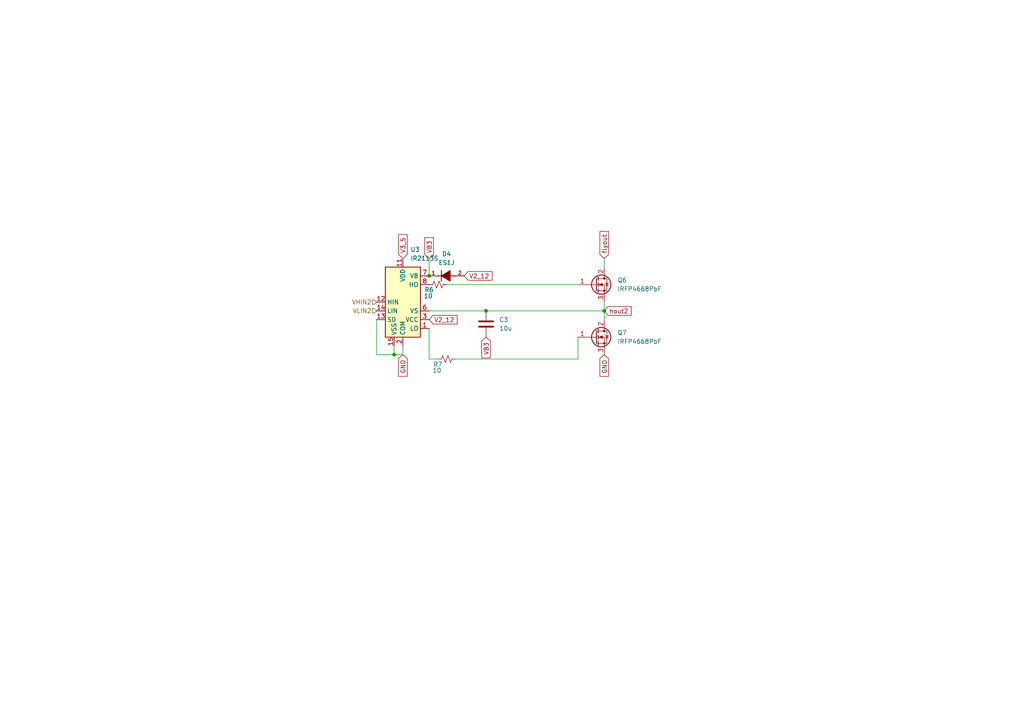
<source format=kicad_sch>
(kicad_sch
	(version 20231120)
	(generator "eeschema")
	(generator_version "8.0")
	(uuid "31f12878-9baa-4733-9a47-00a44b9d8b69")
	(paper "A4")
	(lib_symbols
		(symbol "Device:C"
			(pin_numbers hide)
			(pin_names
				(offset 0.254)
			)
			(exclude_from_sim no)
			(in_bom yes)
			(on_board yes)
			(property "Reference" "C"
				(at 0.635 2.54 0)
				(effects
					(font
						(size 1.27 1.27)
					)
					(justify left)
				)
			)
			(property "Value" "C"
				(at 0.635 -2.54 0)
				(effects
					(font
						(size 1.27 1.27)
					)
					(justify left)
				)
			)
			(property "Footprint" ""
				(at 0.9652 -3.81 0)
				(effects
					(font
						(size 1.27 1.27)
					)
					(hide yes)
				)
			)
			(property "Datasheet" "~"
				(at 0 0 0)
				(effects
					(font
						(size 1.27 1.27)
					)
					(hide yes)
				)
			)
			(property "Description" "Unpolarized capacitor"
				(at 0 0 0)
				(effects
					(font
						(size 1.27 1.27)
					)
					(hide yes)
				)
			)
			(property "ki_keywords" "cap capacitor"
				(at 0 0 0)
				(effects
					(font
						(size 1.27 1.27)
					)
					(hide yes)
				)
			)
			(property "ki_fp_filters" "C_*"
				(at 0 0 0)
				(effects
					(font
						(size 1.27 1.27)
					)
					(hide yes)
				)
			)
			(symbol "C_0_1"
				(polyline
					(pts
						(xy -2.032 -0.762) (xy 2.032 -0.762)
					)
					(stroke
						(width 0.508)
						(type default)
					)
					(fill
						(type none)
					)
				)
				(polyline
					(pts
						(xy -2.032 0.762) (xy 2.032 0.762)
					)
					(stroke
						(width 0.508)
						(type default)
					)
					(fill
						(type none)
					)
				)
			)
			(symbol "C_1_1"
				(pin passive line
					(at 0 3.81 270)
					(length 2.794)
					(name "~"
						(effects
							(font
								(size 1.27 1.27)
							)
						)
					)
					(number "1"
						(effects
							(font
								(size 1.27 1.27)
							)
						)
					)
				)
				(pin passive line
					(at 0 -3.81 90)
					(length 2.794)
					(name "~"
						(effects
							(font
								(size 1.27 1.27)
							)
						)
					)
					(number "2"
						(effects
							(font
								(size 1.27 1.27)
							)
						)
					)
				)
			)
		)
		(symbol "Device:R_Small_US"
			(pin_numbers hide)
			(pin_names
				(offset 0.254) hide)
			(exclude_from_sim no)
			(in_bom yes)
			(on_board yes)
			(property "Reference" "R"
				(at 0.762 0.508 0)
				(effects
					(font
						(size 1.27 1.27)
					)
					(justify left)
				)
			)
			(property "Value" "R_Small_US"
				(at 0.762 -1.016 0)
				(effects
					(font
						(size 1.27 1.27)
					)
					(justify left)
				)
			)
			(property "Footprint" ""
				(at 0 0 0)
				(effects
					(font
						(size 1.27 1.27)
					)
					(hide yes)
				)
			)
			(property "Datasheet" "~"
				(at 0 0 0)
				(effects
					(font
						(size 1.27 1.27)
					)
					(hide yes)
				)
			)
			(property "Description" "Resistor, small US symbol"
				(at 0 0 0)
				(effects
					(font
						(size 1.27 1.27)
					)
					(hide yes)
				)
			)
			(property "ki_keywords" "r resistor"
				(at 0 0 0)
				(effects
					(font
						(size 1.27 1.27)
					)
					(hide yes)
				)
			)
			(property "ki_fp_filters" "R_*"
				(at 0 0 0)
				(effects
					(font
						(size 1.27 1.27)
					)
					(hide yes)
				)
			)
			(symbol "R_Small_US_1_1"
				(polyline
					(pts
						(xy 0 0) (xy 1.016 -0.381) (xy 0 -0.762) (xy -1.016 -1.143) (xy 0 -1.524)
					)
					(stroke
						(width 0)
						(type default)
					)
					(fill
						(type none)
					)
				)
				(polyline
					(pts
						(xy 0 1.524) (xy 1.016 1.143) (xy 0 0.762) (xy -1.016 0.381) (xy 0 0)
					)
					(stroke
						(width 0)
						(type default)
					)
					(fill
						(type none)
					)
				)
				(pin passive line
					(at 0 2.54 270)
					(length 1.016)
					(name "~"
						(effects
							(font
								(size 1.27 1.27)
							)
						)
					)
					(number "1"
						(effects
							(font
								(size 1.27 1.27)
							)
						)
					)
				)
				(pin passive line
					(at 0 -2.54 90)
					(length 1.016)
					(name "~"
						(effects
							(font
								(size 1.27 1.27)
							)
						)
					)
					(number "2"
						(effects
							(font
								(size 1.27 1.27)
							)
						)
					)
				)
			)
		)
		(symbol "Driver_FET:IR2113S"
			(exclude_from_sim no)
			(in_bom yes)
			(on_board yes)
			(property "Reference" "U"
				(at 1.27 13.335 0)
				(effects
					(font
						(size 1.27 1.27)
					)
					(justify left)
				)
			)
			(property "Value" "IR2113S"
				(at 1.27 11.43 0)
				(effects
					(font
						(size 1.27 1.27)
					)
					(justify left)
				)
			)
			(property "Footprint" "Package_SO:SOIC-16W_7.5x10.3mm_P1.27mm"
				(at 0 0 0)
				(effects
					(font
						(size 1.27 1.27)
						(italic yes)
					)
					(hide yes)
				)
			)
			(property "Datasheet" "https://www.infineon.com/dgdl/ir2110.pdf?fileId=5546d462533600a4015355c80333167e"
				(at 0 0 0)
				(effects
					(font
						(size 1.27 1.27)
					)
					(hide yes)
				)
			)
			(property "Description" "High and Low Side Driver, 500V, 2.0/2.0A, SOIC-16W"
				(at 0 0 0)
				(effects
					(font
						(size 1.27 1.27)
					)
					(hide yes)
				)
			)
			(property "ki_keywords" "Gate Driver"
				(at 0 0 0)
				(effects
					(font
						(size 1.27 1.27)
					)
					(hide yes)
				)
			)
			(property "ki_fp_filters" "SOIC*7.5x10.3mm*P1.27mm*"
				(at 0 0 0)
				(effects
					(font
						(size 1.27 1.27)
					)
					(hide yes)
				)
			)
			(symbol "IR2113S_0_1"
				(rectangle
					(start -5.08 -10.16)
					(end 5.08 10.16)
					(stroke
						(width 0.254)
						(type default)
					)
					(fill
						(type background)
					)
				)
			)
			(symbol "IR2113S_1_1"
				(pin output line
					(at 7.62 -7.62 180)
					(length 2.54)
					(name "LO"
						(effects
							(font
								(size 1.27 1.27)
							)
						)
					)
					(number "1"
						(effects
							(font
								(size 1.27 1.27)
							)
						)
					)
				)
				(pin no_connect line
					(at 5.08 2.54 180)
					(length 2.54) hide
					(name "NC"
						(effects
							(font
								(size 1.27 1.27)
							)
						)
					)
					(number "10"
						(effects
							(font
								(size 1.27 1.27)
							)
						)
					)
				)
				(pin power_in line
					(at 0 12.7 270)
					(length 2.54)
					(name "VDD"
						(effects
							(font
								(size 1.27 1.27)
							)
						)
					)
					(number "11"
						(effects
							(font
								(size 1.27 1.27)
							)
						)
					)
				)
				(pin input line
					(at -7.62 0 0)
					(length 2.54)
					(name "HIN"
						(effects
							(font
								(size 1.27 1.27)
							)
						)
					)
					(number "12"
						(effects
							(font
								(size 1.27 1.27)
							)
						)
					)
				)
				(pin input line
					(at -7.62 -5.08 0)
					(length 2.54)
					(name "SD"
						(effects
							(font
								(size 1.27 1.27)
							)
						)
					)
					(number "13"
						(effects
							(font
								(size 1.27 1.27)
							)
						)
					)
				)
				(pin input line
					(at -7.62 -2.54 0)
					(length 2.54)
					(name "LIN"
						(effects
							(font
								(size 1.27 1.27)
							)
						)
					)
					(number "14"
						(effects
							(font
								(size 1.27 1.27)
							)
						)
					)
				)
				(pin power_in line
					(at -2.54 -12.7 90)
					(length 2.54)
					(name "VSS"
						(effects
							(font
								(size 1.27 1.27)
							)
						)
					)
					(number "15"
						(effects
							(font
								(size 1.27 1.27)
							)
						)
					)
				)
				(pin no_connect line
					(at 5.08 0 180)
					(length 2.54) hide
					(name "NC"
						(effects
							(font
								(size 1.27 1.27)
							)
						)
					)
					(number "16"
						(effects
							(font
								(size 1.27 1.27)
							)
						)
					)
				)
				(pin power_in line
					(at 0 -12.7 90)
					(length 2.54)
					(name "COM"
						(effects
							(font
								(size 1.27 1.27)
							)
						)
					)
					(number "2"
						(effects
							(font
								(size 1.27 1.27)
							)
						)
					)
				)
				(pin power_in line
					(at 7.62 -5.08 180)
					(length 2.54)
					(name "VCC"
						(effects
							(font
								(size 1.27 1.27)
							)
						)
					)
					(number "3"
						(effects
							(font
								(size 1.27 1.27)
							)
						)
					)
				)
				(pin no_connect line
					(at -5.08 7.62 0)
					(length 2.54) hide
					(name "NC"
						(effects
							(font
								(size 1.27 1.27)
							)
						)
					)
					(number "4"
						(effects
							(font
								(size 1.27 1.27)
							)
						)
					)
				)
				(pin no_connect line
					(at -5.08 5.08 0)
					(length 2.54) hide
					(name "NC"
						(effects
							(font
								(size 1.27 1.27)
							)
						)
					)
					(number "5"
						(effects
							(font
								(size 1.27 1.27)
							)
						)
					)
				)
				(pin passive line
					(at 7.62 -2.54 180)
					(length 2.54)
					(name "VS"
						(effects
							(font
								(size 1.27 1.27)
							)
						)
					)
					(number "6"
						(effects
							(font
								(size 1.27 1.27)
							)
						)
					)
				)
				(pin passive line
					(at 7.62 7.62 180)
					(length 2.54)
					(name "VB"
						(effects
							(font
								(size 1.27 1.27)
							)
						)
					)
					(number "7"
						(effects
							(font
								(size 1.27 1.27)
							)
						)
					)
				)
				(pin output line
					(at 7.62 5.08 180)
					(length 2.54)
					(name "HO"
						(effects
							(font
								(size 1.27 1.27)
							)
						)
					)
					(number "8"
						(effects
							(font
								(size 1.27 1.27)
							)
						)
					)
				)
				(pin no_connect line
					(at -5.08 2.54 0)
					(length 2.54) hide
					(name "NC"
						(effects
							(font
								(size 1.27 1.27)
							)
						)
					)
					(number "9"
						(effects
							(font
								(size 1.27 1.27)
							)
						)
					)
				)
			)
		)
		(symbol "ES1J:ES1J"
			(pin_names
				(offset 1.016)
			)
			(exclude_from_sim no)
			(in_bom yes)
			(on_board yes)
			(property "Reference" "D"
				(at 6.096 -5.08 0)
				(effects
					(font
						(size 1.27 1.27)
					)
					(justify left bottom)
				)
			)
			(property "Value" "ES1J"
				(at 6.096 -7.62 0)
				(effects
					(font
						(size 1.27 1.27)
					)
					(justify left bottom)
				)
			)
			(property "Footprint" "ES1J:DIOM5227X250N"
				(at 0 0 0)
				(effects
					(font
						(size 1.27 1.27)
					)
					(justify bottom)
					(hide yes)
				)
			)
			(property "Datasheet" ""
				(at 0 0 0)
				(effects
					(font
						(size 1.27 1.27)
					)
					(hide yes)
				)
			)
			(property "Description" ""
				(at 0 0 0)
				(effects
					(font
						(size 1.27 1.27)
					)
					(hide yes)
				)
			)
			(property "SnapEDA_Link" "https://www.snapeda.com/parts/ES1J/Onsemi/view-part/?ref=snap"
				(at 0 0 0)
				(effects
					(font
						(size 1.27 1.27)
					)
					(justify bottom)
					(hide yes)
				)
			)
			(property "E" "2.725"
				(at 0 0 0)
				(effects
					(font
						(size 1.27 1.27)
					)
					(justify bottom)
					(hide yes)
				)
			)
			(property "D" "5.2"
				(at 0 0 0)
				(effects
					(font
						(size 1.27 1.27)
					)
					(justify bottom)
					(hide yes)
				)
			)
			(property "FAMILY" "diode"
				(at 0 0 0)
				(effects
					(font
						(size 1.27 1.27)
					)
					(justify bottom)
					(hide yes)
				)
			)
			(property "Package" "SMA-2 ON Semiconductor"
				(at 0 0 0)
				(effects
					(font
						(size 1.27 1.27)
					)
					(justify bottom)
					(hide yes)
				)
			)
			(property "b-" "0.225"
				(at 0 0 0)
				(effects
					(font
						(size 1.27 1.27)
					)
					(justify bottom)
					(hide yes)
				)
			)
			(property "L-" "0.385"
				(at 0 0 0)
				(effects
					(font
						(size 1.27 1.27)
					)
					(justify bottom)
					(hide yes)
				)
			)
			(property "Check_prices" "https://www.snapeda.com/parts/ES1J/Onsemi/view-part/?ref=eda"
				(at 0 0 0)
				(effects
					(font
						(size 1.27 1.27)
					)
					(justify bottom)
					(hide yes)
				)
			)
			(property "L" "1.135"
				(at 0 0 0)
				(effects
					(font
						(size 1.27 1.27)
					)
					(justify bottom)
					(hide yes)
				)
			)
			(property "STANDARD" "IPC-7351B"
				(at 0 0 0)
				(effects
					(font
						(size 1.27 1.27)
					)
					(justify bottom)
					(hide yes)
				)
			)
			(property "PARTREV" "Rev. 2"
				(at 0 0 0)
				(effects
					(font
						(size 1.27 1.27)
					)
					(justify bottom)
					(hide yes)
				)
			)
			(property "MF" "ON Semiconductor"
				(at 0 0 0)
				(effects
					(font
						(size 1.27 1.27)
					)
					(justify bottom)
					(hide yes)
				)
			)
			(property "b NOM" "1.425"
				(at 0 0 0)
				(effects
					(font
						(size 1.27 1.27)
					)
					(justify bottom)
					(hide yes)
				)
			)
			(property "L+" "0.385"
				(at 0 0 0)
				(effects
					(font
						(size 1.27 1.27)
					)
					(justify bottom)
					(hide yes)
				)
			)
			(property "b+" "0.225"
				(at 0 0 0)
				(effects
					(font
						(size 1.27 1.27)
					)
					(justify bottom)
					(hide yes)
				)
			)
			(property "D+" "0.4"
				(at 0 0 0)
				(effects
					(font
						(size 1.27 1.27)
					)
					(justify bottom)
					(hide yes)
				)
			)
			(property "E-" "0.225"
				(at 0 0 0)
				(effects
					(font
						(size 1.27 1.27)
					)
					(justify bottom)
					(hide yes)
				)
			)
			(property "D-" "0.4"
				(at 0 0 0)
				(effects
					(font
						(size 1.27 1.27)
					)
					(justify bottom)
					(hide yes)
				)
			)
			(property "LENGTH NOM" "4.375"
				(at 0 0 0)
				(effects
					(font
						(size 1.27 1.27)
					)
					(justify bottom)
					(hide yes)
				)
			)
			(property "MAXIMUM_PACKAGE_HEIGHT" "2.5 mm"
				(at 0 0 0)
				(effects
					(font
						(size 1.27 1.27)
					)
					(justify bottom)
					(hide yes)
				)
			)
			(property "E+" "0.225"
				(at 0 0 0)
				(effects
					(font
						(size 1.27 1.27)
					)
					(justify bottom)
					(hide yes)
				)
			)
			(property "HEIGHT" "2.5"
				(at 0 0 0)
				(effects
					(font
						(size 1.27 1.27)
					)
					(justify bottom)
					(hide yes)
				)
			)
			(property "Price" "None"
				(at 0 0 0)
				(effects
					(font
						(size 1.27 1.27)
					)
					(justify bottom)
					(hide yes)
				)
			)
			(property "Description_1" "\n                        \n                            Diode Standard 600 V 1A Surface Mount DO-214AD (SMAF)\n                        \n"
				(at 0 0 0)
				(effects
					(font
						(size 1.27 1.27)
					)
					(justify bottom)
					(hide yes)
				)
			)
			(property "MP" "ES1J"
				(at 0 0 0)
				(effects
					(font
						(size 1.27 1.27)
					)
					(justify bottom)
					(hide yes)
				)
			)
			(property "PITCH" "4.065"
				(at 0 0 0)
				(effects
					(font
						(size 1.27 1.27)
					)
					(justify bottom)
					(hide yes)
				)
			)
			(property "MANUFACTURER" "ON Semiconductor"
				(at 0 0 0)
				(effects
					(font
						(size 1.27 1.27)
					)
					(justify bottom)
					(hide yes)
				)
			)
			(property "Availability" "In Stock"
				(at 0 0 0)
				(effects
					(font
						(size 1.27 1.27)
					)
					(justify bottom)
					(hide yes)
				)
			)
			(symbol "ES1J_0_0"
				(polyline
					(pts
						(xy 2.54 -6.096) (xy 2.54 -7.62)
					)
					(stroke
						(width 0.254)
						(type default)
					)
					(fill
						(type none)
					)
				)
				(polyline
					(pts
						(xy 2.54 -2.54) (xy 2.54 -3.556)
					)
					(stroke
						(width 0.254)
						(type default)
					)
					(fill
						(type none)
					)
				)
				(polyline
					(pts
						(xy 4.064 -3.556) (xy 1.016 -3.556)
					)
					(stroke
						(width 0.254)
						(type default)
					)
					(fill
						(type none)
					)
				)
				(polyline
					(pts
						(xy 2.54 -3.556) (xy 1.016 -6.096) (xy 4.064 -6.096) (xy 2.54 -3.556)
					)
					(stroke
						(width 0.254)
						(type default)
					)
					(fill
						(type outline)
					)
				)
				(pin passive line
					(at 2.54 0 270)
					(length 2.54)
					(name "~"
						(effects
							(font
								(size 1.016 1.016)
							)
						)
					)
					(number "1"
						(effects
							(font
								(size 1.016 1.016)
							)
						)
					)
				)
				(pin passive line
					(at 2.54 -10.16 90)
					(length 2.54)
					(name "~"
						(effects
							(font
								(size 1.016 1.016)
							)
						)
					)
					(number "2"
						(effects
							(font
								(size 1.016 1.016)
							)
						)
					)
				)
			)
		)
		(symbol "Transistor_FET:IRFP4668PbF"
			(pin_names hide)
			(exclude_from_sim no)
			(in_bom yes)
			(on_board yes)
			(property "Reference" "Q"
				(at 5.08 1.905 0)
				(effects
					(font
						(size 1.27 1.27)
					)
					(justify left)
				)
			)
			(property "Value" "IRFP4668PbF"
				(at 5.08 0 0)
				(effects
					(font
						(size 1.27 1.27)
					)
					(justify left)
				)
			)
			(property "Footprint" "Package_TO_SOT_THT:TO-247-3_Vertical"
				(at 5.08 -1.905 0)
				(effects
					(font
						(size 1.27 1.27)
						(italic yes)
					)
					(justify left)
					(hide yes)
				)
			)
			(property "Datasheet" "https://www.infineon.com/dgdl/irfp4668pbf.pdf?fileId=5546d462533600a40153562c8528201d"
				(at 5.08 -3.81 0)
				(effects
					(font
						(size 1.27 1.27)
					)
					(justify left)
					(hide yes)
				)
			)
			(property "Description" "130A Id, 200V Vds, N-Channel Power MOSFET, TO-247"
				(at 0 0 0)
				(effects
					(font
						(size 1.27 1.27)
					)
					(hide yes)
				)
			)
			(property "ki_keywords" "N-Channel Power MOSFET"
				(at 0 0 0)
				(effects
					(font
						(size 1.27 1.27)
					)
					(hide yes)
				)
			)
			(property "ki_fp_filters" "TO?247*"
				(at 0 0 0)
				(effects
					(font
						(size 1.27 1.27)
					)
					(hide yes)
				)
			)
			(symbol "IRFP4668PbF_0_1"
				(polyline
					(pts
						(xy 0.254 0) (xy -2.54 0)
					)
					(stroke
						(width 0)
						(type default)
					)
					(fill
						(type none)
					)
				)
				(polyline
					(pts
						(xy 0.254 1.905) (xy 0.254 -1.905)
					)
					(stroke
						(width 0.254)
						(type default)
					)
					(fill
						(type none)
					)
				)
				(polyline
					(pts
						(xy 0.762 -1.27) (xy 0.762 -2.286)
					)
					(stroke
						(width 0.254)
						(type default)
					)
					(fill
						(type none)
					)
				)
				(polyline
					(pts
						(xy 0.762 0.508) (xy 0.762 -0.508)
					)
					(stroke
						(width 0.254)
						(type default)
					)
					(fill
						(type none)
					)
				)
				(polyline
					(pts
						(xy 0.762 2.286) (xy 0.762 1.27)
					)
					(stroke
						(width 0.254)
						(type default)
					)
					(fill
						(type none)
					)
				)
				(polyline
					(pts
						(xy 2.54 2.54) (xy 2.54 1.778)
					)
					(stroke
						(width 0)
						(type default)
					)
					(fill
						(type none)
					)
				)
				(polyline
					(pts
						(xy 2.54 -2.54) (xy 2.54 0) (xy 0.762 0)
					)
					(stroke
						(width 0)
						(type default)
					)
					(fill
						(type none)
					)
				)
				(polyline
					(pts
						(xy 0.762 -1.778) (xy 3.302 -1.778) (xy 3.302 1.778) (xy 0.762 1.778)
					)
					(stroke
						(width 0)
						(type default)
					)
					(fill
						(type none)
					)
				)
				(polyline
					(pts
						(xy 1.016 0) (xy 2.032 0.381) (xy 2.032 -0.381) (xy 1.016 0)
					)
					(stroke
						(width 0)
						(type default)
					)
					(fill
						(type outline)
					)
				)
				(polyline
					(pts
						(xy 2.794 0.508) (xy 2.921 0.381) (xy 3.683 0.381) (xy 3.81 0.254)
					)
					(stroke
						(width 0)
						(type default)
					)
					(fill
						(type none)
					)
				)
				(polyline
					(pts
						(xy 3.302 0.381) (xy 2.921 -0.254) (xy 3.683 -0.254) (xy 3.302 0.381)
					)
					(stroke
						(width 0)
						(type default)
					)
					(fill
						(type none)
					)
				)
				(circle
					(center 1.651 0)
					(radius 2.794)
					(stroke
						(width 0.254)
						(type default)
					)
					(fill
						(type none)
					)
				)
				(circle
					(center 2.54 -1.778)
					(radius 0.254)
					(stroke
						(width 0)
						(type default)
					)
					(fill
						(type outline)
					)
				)
				(circle
					(center 2.54 1.778)
					(radius 0.254)
					(stroke
						(width 0)
						(type default)
					)
					(fill
						(type outline)
					)
				)
			)
			(symbol "IRFP4668PbF_1_1"
				(pin input line
					(at -5.08 0 0)
					(length 2.54)
					(name "G"
						(effects
							(font
								(size 1.27 1.27)
							)
						)
					)
					(number "1"
						(effects
							(font
								(size 1.27 1.27)
							)
						)
					)
				)
				(pin passive line
					(at 2.54 5.08 270)
					(length 2.54)
					(name "D"
						(effects
							(font
								(size 1.27 1.27)
							)
						)
					)
					(number "2"
						(effects
							(font
								(size 1.27 1.27)
							)
						)
					)
				)
				(pin passive line
					(at 2.54 -5.08 90)
					(length 2.54)
					(name "S"
						(effects
							(font
								(size 1.27 1.27)
							)
						)
					)
					(number "3"
						(effects
							(font
								(size 1.27 1.27)
							)
						)
					)
				)
			)
		)
	)
	(junction
		(at 175.26 90.17)
		(diameter 0)
		(color 0 0 0 0)
		(uuid "0ef7be2e-1ed4-4b38-ac4d-56819edb0115")
	)
	(junction
		(at 140.97 90.17)
		(diameter 0)
		(color 0 0 0 0)
		(uuid "6a42656d-fd32-41d5-a738-72795fb1e998")
	)
	(junction
		(at 124.46 80.01)
		(diameter 0)
		(color 0 0 0 0)
		(uuid "930bc06c-2c24-45ce-9c56-80eac86f6afd")
	)
	(junction
		(at 114.3 102.87)
		(diameter 0)
		(color 0 0 0 0)
		(uuid "d0b7e112-b8bd-4fef-b12c-24193ae636d2")
	)
	(wire
		(pts
			(xy 167.64 104.14) (xy 167.64 97.79)
		)
		(stroke
			(width 0)
			(type default)
		)
		(uuid "13bfcbc7-fdcd-4b8d-a566-ba006b341d19")
	)
	(wire
		(pts
			(xy 175.26 87.63) (xy 175.26 90.17)
		)
		(stroke
			(width 0)
			(type default)
		)
		(uuid "4ddb37c4-447d-4502-bd4a-d5363f825b65")
	)
	(wire
		(pts
			(xy 124.46 90.17) (xy 140.97 90.17)
		)
		(stroke
			(width 0)
			(type default)
		)
		(uuid "573ebdd1-58b8-4baf-835a-4f7b7d42b981")
	)
	(wire
		(pts
			(xy 140.97 90.17) (xy 175.26 90.17)
		)
		(stroke
			(width 0)
			(type default)
		)
		(uuid "5f9bfbe4-4546-48bd-b36f-75790f537af4")
	)
	(wire
		(pts
			(xy 124.46 95.25) (xy 124.46 104.14)
		)
		(stroke
			(width 0)
			(type default)
		)
		(uuid "785eb7bd-33f9-4bac-bb50-496b4f3dbbbb")
	)
	(wire
		(pts
			(xy 109.22 92.71) (xy 109.22 102.87)
		)
		(stroke
			(width 0)
			(type default)
		)
		(uuid "8197a78e-efc8-469a-8f28-eb79657ec515")
	)
	(wire
		(pts
			(xy 116.84 102.87) (xy 116.84 100.33)
		)
		(stroke
			(width 0)
			(type default)
		)
		(uuid "8488a33e-d7c0-445e-abab-7a991dda0877")
	)
	(wire
		(pts
			(xy 124.46 104.14) (xy 127 104.14)
		)
		(stroke
			(width 0)
			(type default)
		)
		(uuid "94ae486c-1694-4f77-b9eb-6b8c8e077be7")
	)
	(wire
		(pts
			(xy 132.08 104.14) (xy 167.64 104.14)
		)
		(stroke
			(width 0)
			(type default)
		)
		(uuid "a36c9bc9-873a-459d-9889-bbe492499bfc")
	)
	(wire
		(pts
			(xy 175.26 74.93) (xy 175.26 77.47)
		)
		(stroke
			(width 0)
			(type default)
		)
		(uuid "a4677231-35f3-4a56-9c67-2fbe2da034f2")
	)
	(wire
		(pts
			(xy 124.46 74.93) (xy 124.46 80.01)
		)
		(stroke
			(width 0)
			(type default)
		)
		(uuid "c16552b3-4fac-4137-80e6-33afe2f1bf77")
	)
	(wire
		(pts
			(xy 109.22 102.87) (xy 114.3 102.87)
		)
		(stroke
			(width 0)
			(type default)
		)
		(uuid "caff4d72-d9b3-485b-abed-df18aa7df9d8")
	)
	(wire
		(pts
			(xy 175.26 90.17) (xy 175.26 92.71)
		)
		(stroke
			(width 0)
			(type default)
		)
		(uuid "d85ee250-8a39-41c8-a054-0e46647ad93a")
	)
	(wire
		(pts
			(xy 114.3 102.87) (xy 116.84 102.87)
		)
		(stroke
			(width 0)
			(type default)
		)
		(uuid "e92979a5-7556-4af6-8637-b46e9bb1384e")
	)
	(wire
		(pts
			(xy 114.3 100.33) (xy 114.3 102.87)
		)
		(stroke
			(width 0)
			(type default)
		)
		(uuid "ebf11a7a-f245-4907-b45f-d001448e446d")
	)
	(wire
		(pts
			(xy 129.54 82.55) (xy 167.64 82.55)
		)
		(stroke
			(width 0)
			(type default)
		)
		(uuid "f92b02b6-40e9-4970-932c-adf9aa5e9654")
	)
	(global_label "VB3"
		(shape input)
		(at 124.46 74.93 90)
		(fields_autoplaced yes)
		(effects
			(font
				(size 1.27 1.27)
			)
			(justify left)
		)
		(uuid "0f90420d-5c00-44e8-a1eb-2ddf29f9b637")
		(property "Intersheetrefs" "${INTERSHEET_REFS}"
			(at 124.46 68.3767 90)
			(effects
				(font
					(size 1.27 1.27)
				)
				(justify left)
				(hide yes)
			)
		)
	)
	(global_label "V3_5"
		(shape input)
		(at 116.84 74.93 90)
		(fields_autoplaced yes)
		(effects
			(font
				(size 1.27 1.27)
			)
			(justify left)
		)
		(uuid "1b0ec993-1195-4205-9f59-d38b5f658437")
		(property "Intersheetrefs" "${INTERSHEET_REFS}"
			(at 116.84 67.4696 90)
			(effects
				(font
					(size 1.27 1.27)
				)
				(justify left)
				(hide yes)
			)
		)
	)
	(global_label "GND"
		(shape input)
		(at 116.84 102.87 270)
		(fields_autoplaced yes)
		(effects
			(font
				(size 1.27 1.27)
			)
			(justify right)
		)
		(uuid "24293d38-5e77-4f12-a43e-346075e68025")
		(property "Intersheetrefs" "${INTERSHEET_REFS}"
			(at 116.84 109.7257 90)
			(effects
				(font
					(size 1.27 1.27)
				)
				(justify right)
				(hide yes)
			)
		)
	)
	(global_label "GND"
		(shape input)
		(at 175.26 102.87 270)
		(fields_autoplaced yes)
		(effects
			(font
				(size 1.27 1.27)
			)
			(justify right)
		)
		(uuid "2cac04e0-426e-4fd3-9617-96d51901ce7d")
		(property "Intersheetrefs" "${INTERSHEET_REFS}"
			(at 175.26 109.7257 90)
			(effects
				(font
					(size 1.27 1.27)
				)
				(justify right)
				(hide yes)
			)
		)
	)
	(global_label "VB3"
		(shape input)
		(at 140.97 97.79 270)
		(fields_autoplaced yes)
		(effects
			(font
				(size 1.27 1.27)
			)
			(justify right)
		)
		(uuid "45951be4-7e53-4235-ba80-db9dea19f0ce")
		(property "Intersheetrefs" "${INTERSHEET_REFS}"
			(at 140.97 104.3433 90)
			(effects
				(font
					(size 1.27 1.27)
				)
				(justify right)
				(hide yes)
			)
		)
	)
	(global_label "V2_12"
		(shape input)
		(at 134.62 80.01 0)
		(fields_autoplaced yes)
		(effects
			(font
				(size 1.27 1.27)
			)
			(justify left)
		)
		(uuid "746db2da-90d9-4204-bd02-2625598aa289")
		(property "Intersheetrefs" "${INTERSHEET_REFS}"
			(at 143.2899 80.01 0)
			(effects
				(font
					(size 1.27 1.27)
				)
				(justify left)
				(hide yes)
			)
		)
	)
	(global_label "flyout"
		(shape input)
		(at 175.26 74.93 90)
		(fields_autoplaced yes)
		(effects
			(font
				(size 1.27 1.27)
			)
			(justify left)
		)
		(uuid "8afac864-f174-49b6-835b-0638ec0a9c82")
		(property "Intersheetrefs" "${INTERSHEET_REFS}"
			(at 175.26 66.5626 90)
			(effects
				(font
					(size 1.27 1.27)
				)
				(justify left)
				(hide yes)
			)
		)
	)
	(global_label "V2_12"
		(shape input)
		(at 124.46 92.71 0)
		(fields_autoplaced yes)
		(effects
			(font
				(size 1.27 1.27)
			)
			(justify left)
		)
		(uuid "9ad0a715-4424-4db7-beb1-c10e5fdb6e0c")
		(property "Intersheetrefs" "${INTERSHEET_REFS}"
			(at 133.1299 92.71 0)
			(effects
				(font
					(size 1.27 1.27)
				)
				(justify left)
				(hide yes)
			)
		)
	)
	(global_label "hout2"
		(shape input)
		(at 175.26 90.17 0)
		(fields_autoplaced yes)
		(effects
			(font
				(size 1.27 1.27)
			)
			(justify left)
		)
		(uuid "cd5e538a-d604-45e4-879f-4928adc4e7bf")
		(property "Intersheetrefs" "${INTERSHEET_REFS}"
			(at 183.6274 90.17 0)
			(effects
				(font
					(size 1.27 1.27)
				)
				(justify left)
				(hide yes)
			)
		)
	)
	(hierarchical_label "VLIN2"
		(shape input)
		(at 109.22 90.17 180)
		(fields_autoplaced yes)
		(effects
			(font
				(size 1.27 1.27)
			)
			(justify right)
		)
		(uuid "b2883234-4504-4c0b-87be-6a4e8e093f15")
	)
	(hierarchical_label "VHIN2"
		(shape input)
		(at 109.22 87.63 180)
		(fields_autoplaced yes)
		(effects
			(font
				(size 1.27 1.27)
			)
			(justify right)
		)
		(uuid "e1b6dee2-d16a-488e-8977-48ae15d167c9")
	)
	(symbol
		(lib_id "Device:C")
		(at 140.97 93.98 0)
		(unit 1)
		(exclude_from_sim no)
		(in_bom yes)
		(on_board yes)
		(dnp no)
		(fields_autoplaced yes)
		(uuid "00174182-fb97-43fb-9d46-d7c0da5cc531")
		(property "Reference" "C3"
			(at 144.78 92.7099 0)
			(effects
				(font
					(size 1.27 1.27)
				)
				(justify left)
			)
		)
		(property "Value" "10u"
			(at 144.78 95.2499 0)
			(effects
				(font
					(size 1.27 1.27)
				)
				(justify left)
			)
		)
		(property "Footprint" "Capacitor_SMD:C_1210_3225Metric"
			(at 141.9352 97.79 0)
			(effects
				(font
					(size 1.27 1.27)
				)
				(hide yes)
			)
		)
		(property "Datasheet" "~"
			(at 140.97 93.98 0)
			(effects
				(font
					(size 1.27 1.27)
				)
				(hide yes)
			)
		)
		(property "Description" "Unpolarized capacitor"
			(at 140.97 93.98 0)
			(effects
				(font
					(size 1.27 1.27)
				)
				(hide yes)
			)
		)
		(pin "2"
			(uuid "6ccb25c5-bb7c-402b-9688-509db5703673")
		)
		(pin "1"
			(uuid "8c5e3423-80da-4915-9d49-ab6f23e96757")
		)
		(instances
			(project "doublebridgeright v6"
				(path "/edf94242-0cdc-4580-8fae-fd56a0fef1a3/4ef6125f-d48c-4cdc-8ecc-782b01e6efd7/9628156a-39d2-484d-9693-3edaa3193eb2"
					(reference "C3")
					(unit 1)
				)
			)
		)
	)
	(symbol
		(lib_id "ES1J:ES1J")
		(at 124.46 82.55 90)
		(unit 1)
		(exclude_from_sim no)
		(in_bom yes)
		(on_board yes)
		(dnp no)
		(fields_autoplaced yes)
		(uuid "1a990963-a2e8-4c1e-af2d-466d170eb5f8")
		(property "Reference" "D4"
			(at 129.54 73.66 90)
			(effects
				(font
					(size 1.27 1.27)
				)
			)
		)
		(property "Value" "ES1J"
			(at 129.54 76.2 90)
			(effects
				(font
					(size 1.27 1.27)
				)
			)
		)
		(property "Footprint" "footprints:DIOM5227X250N"
			(at 124.46 82.55 0)
			(effects
				(font
					(size 1.27 1.27)
				)
				(justify bottom)
				(hide yes)
			)
		)
		(property "Datasheet" ""
			(at 124.46 82.55 0)
			(effects
				(font
					(size 1.27 1.27)
				)
				(hide yes)
			)
		)
		(property "Description" ""
			(at 124.46 82.55 0)
			(effects
				(font
					(size 1.27 1.27)
				)
				(hide yes)
			)
		)
		(property "SnapEDA_Link" "https://www.snapeda.com/parts/ES1J/Onsemi/view-part/?ref=snap"
			(at 124.46 82.55 0)
			(effects
				(font
					(size 1.27 1.27)
				)
				(justify bottom)
				(hide yes)
			)
		)
		(property "E" "2.725"
			(at 124.46 82.55 0)
			(effects
				(font
					(size 1.27 1.27)
				)
				(justify bottom)
				(hide yes)
			)
		)
		(property "D" "5.2"
			(at 124.46 82.55 0)
			(effects
				(font
					(size 1.27 1.27)
				)
				(justify bottom)
				(hide yes)
			)
		)
		(property "FAMILY" "diode"
			(at 124.46 82.55 0)
			(effects
				(font
					(size 1.27 1.27)
				)
				(justify bottom)
				(hide yes)
			)
		)
		(property "Package" "SMA-2 ON Semiconductor"
			(at 124.46 82.55 0)
			(effects
				(font
					(size 1.27 1.27)
				)
				(justify bottom)
				(hide yes)
			)
		)
		(property "b-" "0.225"
			(at 124.46 82.55 0)
			(effects
				(font
					(size 1.27 1.27)
				)
				(justify bottom)
				(hide yes)
			)
		)
		(property "L-" "0.385"
			(at 124.46 82.55 0)
			(effects
				(font
					(size 1.27 1.27)
				)
				(justify bottom)
				(hide yes)
			)
		)
		(property "Check_prices" "https://www.snapeda.com/parts/ES1J/Onsemi/view-part/?ref=eda"
			(at 124.46 82.55 0)
			(effects
				(font
					(size 1.27 1.27)
				)
				(justify bottom)
				(hide yes)
			)
		)
		(property "L" "1.135"
			(at 124.46 82.55 0)
			(effects
				(font
					(size 1.27 1.27)
				)
				(justify bottom)
				(hide yes)
			)
		)
		(property "STANDARD" "IPC-7351B"
			(at 124.46 82.55 0)
			(effects
				(font
					(size 1.27 1.27)
				)
				(justify bottom)
				(hide yes)
			)
		)
		(property "PARTREV" "Rev. 2"
			(at 124.46 82.55 0)
			(effects
				(font
					(size 1.27 1.27)
				)
				(justify bottom)
				(hide yes)
			)
		)
		(property "MF" "ON Semiconductor"
			(at 124.46 82.55 0)
			(effects
				(font
					(size 1.27 1.27)
				)
				(justify bottom)
				(hide yes)
			)
		)
		(property "b NOM" "1.425"
			(at 124.46 82.55 0)
			(effects
				(font
					(size 1.27 1.27)
				)
				(justify bottom)
				(hide yes)
			)
		)
		(property "L+" "0.385"
			(at 124.46 82.55 0)
			(effects
				(font
					(size 1.27 1.27)
				)
				(justify bottom)
				(hide yes)
			)
		)
		(property "b+" "0.225"
			(at 124.46 82.55 0)
			(effects
				(font
					(size 1.27 1.27)
				)
				(justify bottom)
				(hide yes)
			)
		)
		(property "D+" "0.4"
			(at 124.46 82.55 0)
			(effects
				(font
					(size 1.27 1.27)
				)
				(justify bottom)
				(hide yes)
			)
		)
		(property "E-" "0.225"
			(at 124.46 82.55 0)
			(effects
				(font
					(size 1.27 1.27)
				)
				(justify bottom)
				(hide yes)
			)
		)
		(property "D-" "0.4"
			(at 124.46 82.55 0)
			(effects
				(font
					(size 1.27 1.27)
				)
				(justify bottom)
				(hide yes)
			)
		)
		(property "LENGTH NOM" "4.375"
			(at 124.46 82.55 0)
			(effects
				(font
					(size 1.27 1.27)
				)
				(justify bottom)
				(hide yes)
			)
		)
		(property "MAXIMUM_PACKAGE_HEIGHT" "2.5 mm"
			(at 124.46 82.55 0)
			(effects
				(font
					(size 1.27 1.27)
				)
				(justify bottom)
				(hide yes)
			)
		)
		(property "E+" "0.225"
			(at 124.46 82.55 0)
			(effects
				(font
					(size 1.27 1.27)
				)
				(justify bottom)
				(hide yes)
			)
		)
		(property "HEIGHT" "2.5"
			(at 124.46 82.55 0)
			(effects
				(font
					(size 1.27 1.27)
				)
				(justify bottom)
				(hide yes)
			)
		)
		(property "Price" "None"
			(at 124.46 82.55 0)
			(effects
				(font
					(size 1.27 1.27)
				)
				(justify bottom)
				(hide yes)
			)
		)
		(property "Description_1" "\n                        \n                            Diode Standard 600 V 1A Surface Mount DO-214AD (SMAF)\n                        \n"
			(at 124.46 82.55 0)
			(effects
				(font
					(size 1.27 1.27)
				)
				(justify bottom)
				(hide yes)
			)
		)
		(property "MP" "ES1J"
			(at 124.46 82.55 0)
			(effects
				(font
					(size 1.27 1.27)
				)
				(justify bottom)
				(hide yes)
			)
		)
		(property "PITCH" "4.065"
			(at 124.46 82.55 0)
			(effects
				(font
					(size 1.27 1.27)
				)
				(justify bottom)
				(hide yes)
			)
		)
		(property "MANUFACTURER" "ON Semiconductor"
			(at 124.46 82.55 0)
			(effects
				(font
					(size 1.27 1.27)
				)
				(justify bottom)
				(hide yes)
			)
		)
		(property "Availability" "In Stock"
			(at 124.46 82.55 0)
			(effects
				(font
					(size 1.27 1.27)
				)
				(justify bottom)
				(hide yes)
			)
		)
		(pin "1"
			(uuid "5c476d4b-3174-4d97-ab1e-ec2a40db286e")
		)
		(pin "2"
			(uuid "5ad87537-4898-49d3-9ca7-7decff0bc7db")
		)
		(instances
			(project "doublebridgeright v6"
				(path "/edf94242-0cdc-4580-8fae-fd56a0fef1a3/4ef6125f-d48c-4cdc-8ecc-782b01e6efd7/9628156a-39d2-484d-9693-3edaa3193eb2"
					(reference "D4")
					(unit 1)
				)
			)
		)
	)
	(symbol
		(lib_id "Device:R_Small_US")
		(at 127 82.55 90)
		(unit 1)
		(exclude_from_sim no)
		(in_bom yes)
		(on_board yes)
		(dnp no)
		(uuid "3139caff-fa88-4dba-8c52-ae1f40bfb2ad")
		(property "Reference" "R6"
			(at 124.46 84.074 90)
			(effects
				(font
					(size 1.27 1.27)
				)
			)
		)
		(property "Value" "10"
			(at 124.206 85.852 90)
			(effects
				(font
					(size 1.27 1.27)
				)
			)
		)
		(property "Footprint" "Resistor_SMD:R_0805_2012Metric"
			(at 127 82.55 0)
			(effects
				(font
					(size 1.27 1.27)
				)
				(hide yes)
			)
		)
		(property "Datasheet" "~"
			(at 127 82.55 0)
			(effects
				(font
					(size 1.27 1.27)
				)
				(hide yes)
			)
		)
		(property "Description" "Resistor, small US symbol"
			(at 127 82.55 0)
			(effects
				(font
					(size 1.27 1.27)
				)
				(hide yes)
			)
		)
		(pin "2"
			(uuid "b494e857-132f-4970-be2e-8241a8c41396")
		)
		(pin "1"
			(uuid "7f08c05d-1e31-4d56-9f5b-cb689edaa0f2")
		)
		(instances
			(project ""
				(path "/edf94242-0cdc-4580-8fae-fd56a0fef1a3/4ef6125f-d48c-4cdc-8ecc-782b01e6efd7/9628156a-39d2-484d-9693-3edaa3193eb2"
					(reference "R6")
					(unit 1)
				)
			)
		)
	)
	(symbol
		(lib_id "Driver_FET:IR2113S")
		(at 116.84 87.63 0)
		(unit 1)
		(exclude_from_sim no)
		(in_bom yes)
		(on_board yes)
		(dnp no)
		(fields_autoplaced yes)
		(uuid "3bfffd3f-86ae-4e62-b326-596ac7490d5d")
		(property "Reference" "U3"
			(at 119.0341 72.39 0)
			(effects
				(font
					(size 1.27 1.27)
				)
				(justify left)
			)
		)
		(property "Value" "IR2113S"
			(at 119.0341 74.93 0)
			(effects
				(font
					(size 1.27 1.27)
				)
				(justify left)
			)
		)
		(property "Footprint" "Package_SO:SOIC-16W_7.5x10.3mm_P1.27mm"
			(at 116.84 87.63 0)
			(effects
				(font
					(size 1.27 1.27)
					(italic yes)
				)
				(hide yes)
			)
		)
		(property "Datasheet" "https://www.infineon.com/dgdl/ir2110.pdf?fileId=5546d462533600a4015355c80333167e"
			(at 116.84 87.63 0)
			(effects
				(font
					(size 1.27 1.27)
				)
				(hide yes)
			)
		)
		(property "Description" "High and Low Side Driver, 500V, 2.0/2.0A, SOIC-16W"
			(at 116.84 87.63 0)
			(effects
				(font
					(size 1.27 1.27)
				)
				(hide yes)
			)
		)
		(pin "1"
			(uuid "b84f95dc-88fb-41f7-a298-363ecd583f69")
		)
		(pin "6"
			(uuid "c5842a1b-5b8e-4b55-a6b3-fb21ee73a6b9")
		)
		(pin "15"
			(uuid "975b1cd0-f499-42be-9f3b-f9eb498d0b73")
		)
		(pin "8"
			(uuid "7a25b5cc-afcc-43bc-83da-c41de7c6fe0e")
		)
		(pin "9"
			(uuid "7a594e9f-6b12-4055-882c-ce7729d53bf7")
		)
		(pin "10"
			(uuid "c3a33765-8249-4bc7-bbeb-51c3433013e0")
		)
		(pin "7"
			(uuid "ba14cd49-3a51-4ed5-af1c-48ecff9df6fb")
		)
		(pin "3"
			(uuid "c6eafbd6-927a-4f30-b2bc-18522b918fef")
		)
		(pin "2"
			(uuid "801bcd05-e600-4693-a09e-f5a789a90ff5")
		)
		(pin "11"
			(uuid "6b35577e-9bb4-48d5-afd2-c80a408e0e6c")
		)
		(pin "14"
			(uuid "2486eb70-5092-46cd-ace2-37a074c5a38d")
		)
		(pin "4"
			(uuid "bb82ad32-5776-4cb2-82c1-6312d8eaf0cc")
		)
		(pin "5"
			(uuid "13015105-da24-467e-ad32-3e7e29de0b7e")
		)
		(pin "12"
			(uuid "8cdb27ec-5335-4a34-aa23-1f2a0813cf88")
		)
		(pin "13"
			(uuid "3852ad07-693c-4c4b-98ad-680c2fc0053b")
		)
		(pin "16"
			(uuid "430fb81e-231f-4b3d-987f-4678e663db49")
		)
		(instances
			(project ""
				(path "/edf94242-0cdc-4580-8fae-fd56a0fef1a3/4ef6125f-d48c-4cdc-8ecc-782b01e6efd7/9628156a-39d2-484d-9693-3edaa3193eb2"
					(reference "U3")
					(unit 1)
				)
			)
		)
	)
	(symbol
		(lib_id "Transistor_FET:IRFP4668PbF")
		(at 172.72 97.79 0)
		(unit 1)
		(exclude_from_sim no)
		(in_bom yes)
		(on_board yes)
		(dnp no)
		(fields_autoplaced yes)
		(uuid "6df5dbb3-8a35-4c1f-b93c-aed73e24fd79")
		(property "Reference" "Q7"
			(at 179.07 96.5199 0)
			(effects
				(font
					(size 1.27 1.27)
				)
				(justify left)
			)
		)
		(property "Value" "IRFP4668PbF"
			(at 179.07 99.0599 0)
			(effects
				(font
					(size 1.27 1.27)
				)
				(justify left)
			)
		)
		(property "Footprint" "Package_TO_SOT_SMD:SC-59_Handsoldering"
			(at 177.8 99.695 0)
			(effects
				(font
					(size 1.27 1.27)
					(italic yes)
				)
				(justify left)
				(hide yes)
			)
		)
		(property "Datasheet" "https://www.infineon.com/dgdl/irfp4668pbf.pdf?fileId=5546d462533600a40153562c8528201d"
			(at 177.8 101.6 0)
			(effects
				(font
					(size 1.27 1.27)
				)
				(justify left)
				(hide yes)
			)
		)
		(property "Description" "130A Id, 200V Vds, N-Channel Power MOSFET, TO-247"
			(at 172.72 97.79 0)
			(effects
				(font
					(size 1.27 1.27)
				)
				(hide yes)
			)
		)
		(pin "1"
			(uuid "b157ed2c-6e18-4bf8-9c87-9cdce4ed6999")
		)
		(pin "2"
			(uuid "2d08d412-8a6e-4d02-916f-281f8cef9f8b")
		)
		(pin "3"
			(uuid "99aafc42-d2cc-4453-a8f4-a818572899e3")
		)
		(instances
			(project ""
				(path "/edf94242-0cdc-4580-8fae-fd56a0fef1a3/4ef6125f-d48c-4cdc-8ecc-782b01e6efd7/9628156a-39d2-484d-9693-3edaa3193eb2"
					(reference "Q7")
					(unit 1)
				)
			)
		)
	)
	(symbol
		(lib_id "Device:R_Small_US")
		(at 129.54 104.14 90)
		(unit 1)
		(exclude_from_sim no)
		(in_bom yes)
		(on_board yes)
		(dnp no)
		(uuid "a846d14f-74b5-4664-b1e7-62f70c2657c7")
		(property "Reference" "R7"
			(at 127 105.664 90)
			(effects
				(font
					(size 1.27 1.27)
				)
			)
		)
		(property "Value" "10"
			(at 126.746 107.442 90)
			(effects
				(font
					(size 1.27 1.27)
				)
			)
		)
		(property "Footprint" "Resistor_SMD:R_0805_2012Metric"
			(at 129.54 104.14 0)
			(effects
				(font
					(size 1.27 1.27)
				)
				(hide yes)
			)
		)
		(property "Datasheet" "~"
			(at 129.54 104.14 0)
			(effects
				(font
					(size 1.27 1.27)
				)
				(hide yes)
			)
		)
		(property "Description" "Resistor, small US symbol"
			(at 129.54 104.14 0)
			(effects
				(font
					(size 1.27 1.27)
				)
				(hide yes)
			)
		)
		(pin "2"
			(uuid "3aa0c213-ff8c-4ee6-8aa8-5f17629424e4")
		)
		(pin "1"
			(uuid "85333e4c-d40d-446f-b33c-d3c39c6a50f9")
		)
		(instances
			(project ""
				(path "/edf94242-0cdc-4580-8fae-fd56a0fef1a3/4ef6125f-d48c-4cdc-8ecc-782b01e6efd7/9628156a-39d2-484d-9693-3edaa3193eb2"
					(reference "R7")
					(unit 1)
				)
			)
		)
	)
	(symbol
		(lib_id "Transistor_FET:IRFP4668PbF")
		(at 172.72 82.55 0)
		(unit 1)
		(exclude_from_sim no)
		(in_bom yes)
		(on_board yes)
		(dnp no)
		(fields_autoplaced yes)
		(uuid "e2034dc6-24a8-486a-847e-23aed7e0cb79")
		(property "Reference" "Q6"
			(at 179.07 81.2799 0)
			(effects
				(font
					(size 1.27 1.27)
				)
				(justify left)
			)
		)
		(property "Value" "IRFP4668PbF"
			(at 179.07 83.8199 0)
			(effects
				(font
					(size 1.27 1.27)
				)
				(justify left)
			)
		)
		(property "Footprint" "Package_TO_SOT_SMD:SC-59_Handsoldering"
			(at 177.8 84.455 0)
			(effects
				(font
					(size 1.27 1.27)
					(italic yes)
				)
				(justify left)
				(hide yes)
			)
		)
		(property "Datasheet" "https://www.infineon.com/dgdl/irfp4668pbf.pdf?fileId=5546d462533600a40153562c8528201d"
			(at 177.8 86.36 0)
			(effects
				(font
					(size 1.27 1.27)
				)
				(justify left)
				(hide yes)
			)
		)
		(property "Description" "130A Id, 200V Vds, N-Channel Power MOSFET, TO-247"
			(at 172.72 82.55 0)
			(effects
				(font
					(size 1.27 1.27)
				)
				(hide yes)
			)
		)
		(pin "1"
			(uuid "f06df72f-5f77-4b50-b262-bff032366873")
		)
		(pin "2"
			(uuid "1c531299-57a9-4f0a-8667-32155c3c972b")
		)
		(pin "3"
			(uuid "814ae8dd-a6d7-4452-a915-eea8db3f2f9a")
		)
		(instances
			(project ""
				(path "/edf94242-0cdc-4580-8fae-fd56a0fef1a3/4ef6125f-d48c-4cdc-8ecc-782b01e6efd7/9628156a-39d2-484d-9693-3edaa3193eb2"
					(reference "Q6")
					(unit 1)
				)
			)
		)
	)
)

</source>
